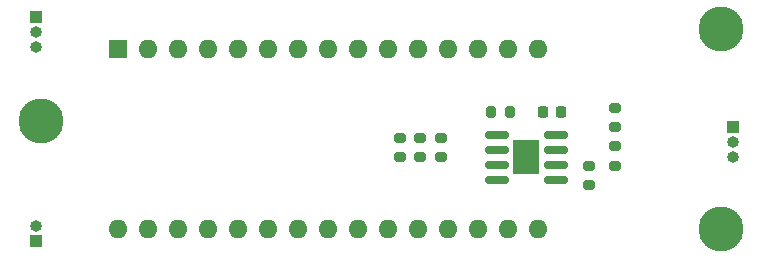
<source format=gbr>
%TF.GenerationSoftware,KiCad,Pcbnew,7.0.0-da2b9df05c~163~ubuntu22.04.1*%
%TF.CreationDate,2023-03-09T00:12:33+01:00*%
%TF.ProjectId,Boite,426f6974-652e-46b6-9963-61645f706362,rev?*%
%TF.SameCoordinates,Original*%
%TF.FileFunction,Soldermask,Top*%
%TF.FilePolarity,Negative*%
%FSLAX46Y46*%
G04 Gerber Fmt 4.6, Leading zero omitted, Abs format (unit mm)*
G04 Created by KiCad (PCBNEW 7.0.0-da2b9df05c~163~ubuntu22.04.1) date 2023-03-09 00:12:33*
%MOMM*%
%LPD*%
G01*
G04 APERTURE LIST*
G04 Aperture macros list*
%AMRoundRect*
0 Rectangle with rounded corners*
0 $1 Rounding radius*
0 $2 $3 $4 $5 $6 $7 $8 $9 X,Y pos of 4 corners*
0 Add a 4 corners polygon primitive as box body*
4,1,4,$2,$3,$4,$5,$6,$7,$8,$9,$2,$3,0*
0 Add four circle primitives for the rounded corners*
1,1,$1+$1,$2,$3*
1,1,$1+$1,$4,$5*
1,1,$1+$1,$6,$7*
1,1,$1+$1,$8,$9*
0 Add four rect primitives between the rounded corners*
20,1,$1+$1,$2,$3,$4,$5,0*
20,1,$1+$1,$4,$5,$6,$7,0*
20,1,$1+$1,$6,$7,$8,$9,0*
20,1,$1+$1,$8,$9,$2,$3,0*%
G04 Aperture macros list end*
%ADD10C,3.800000*%
%ADD11R,1.000000X1.000000*%
%ADD12O,1.000000X1.000000*%
%ADD13RoundRect,0.200000X-0.275000X0.200000X-0.275000X-0.200000X0.275000X-0.200000X0.275000X0.200000X0*%
%ADD14RoundRect,0.225000X0.225000X0.250000X-0.225000X0.250000X-0.225000X-0.250000X0.225000X-0.250000X0*%
%ADD15RoundRect,0.200000X0.275000X-0.200000X0.275000X0.200000X-0.275000X0.200000X-0.275000X-0.200000X0*%
%ADD16RoundRect,0.200000X0.200000X0.275000X-0.200000X0.275000X-0.200000X-0.275000X0.200000X-0.275000X0*%
%ADD17RoundRect,0.150000X-0.825000X-0.150000X0.825000X-0.150000X0.825000X0.150000X-0.825000X0.150000X0*%
%ADD18R,2.290000X3.000000*%
%ADD19R,1.600000X1.600000*%
%ADD20O,1.600000X1.600000*%
G04 APERTURE END LIST*
D10*
%TO.C,REF\u002A\u002A*%
X111000000Y-71000000D03*
%TD*%
%TO.C,REF\u002A\u002A*%
X111000000Y-54000000D03*
%TD*%
%TO.C,REF\u002A\u002A*%
X53400000Y-61800000D03*
%TD*%
D11*
%TO.C,J2*%
X112049999Y-62349999D03*
D12*
X112049999Y-63619999D03*
X112049999Y-64889999D03*
%TD*%
D13*
%TO.C,R6*%
X99800000Y-67250000D03*
X99800000Y-65600000D03*
%TD*%
D14*
%TO.C,C1*%
X97500000Y-61100000D03*
X95950000Y-61100000D03*
%TD*%
D13*
%TO.C,R5*%
X102000000Y-62350000D03*
X102000000Y-60700000D03*
%TD*%
D15*
%TO.C,R7*%
X102000000Y-63950000D03*
X102000000Y-65600000D03*
%TD*%
D16*
%TO.C,R1*%
X93150000Y-61100000D03*
X91500000Y-61100000D03*
%TD*%
D11*
%TO.C,J3*%
X52999999Y-71999999D03*
D12*
X52999999Y-70729999D03*
%TD*%
D17*
%TO.C,U2*%
X92050000Y-63000000D03*
X92050000Y-64270000D03*
X92050000Y-65540000D03*
X92050000Y-66810000D03*
X97000000Y-66810000D03*
X97000000Y-65540000D03*
X97000000Y-64270000D03*
X97000000Y-63000000D03*
D18*
X94524999Y-64904999D03*
%TD*%
D11*
%TO.C,J1*%
X52999999Y-52999999D03*
D12*
X52999999Y-54269999D03*
X52999999Y-55539999D03*
%TD*%
D13*
%TO.C,R4*%
X83800000Y-63260000D03*
X83800000Y-64910000D03*
%TD*%
%TO.C,R3*%
X87300000Y-63260000D03*
X87300000Y-64910000D03*
%TD*%
%TO.C,R2*%
X85550000Y-63260000D03*
X85550000Y-64910000D03*
%TD*%
D19*
%TO.C,A3*%
X59919999Y-55759999D03*
D20*
X62459999Y-55759999D03*
X64999999Y-55759999D03*
X67539999Y-55759999D03*
X70079999Y-55759999D03*
X72619999Y-55759999D03*
X75159999Y-55759999D03*
X77699999Y-55759999D03*
X80239999Y-55759999D03*
X82779999Y-55759999D03*
X85319999Y-55759999D03*
X87859999Y-55759999D03*
X90399999Y-55759999D03*
X92939999Y-55759999D03*
X95479999Y-55759999D03*
X95479999Y-70999999D03*
X92939999Y-70999999D03*
X90399999Y-70999999D03*
X87859999Y-70999999D03*
X85319999Y-70999999D03*
X82779999Y-70999999D03*
X80239999Y-70999999D03*
X77699999Y-70999999D03*
X75159999Y-70999999D03*
X72619999Y-70999999D03*
X70079999Y-70999999D03*
X67539999Y-70999999D03*
X64999999Y-70999999D03*
X62459999Y-70999999D03*
X59919999Y-70999999D03*
%TD*%
M02*

</source>
